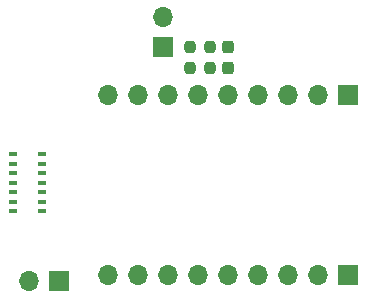
<source format=gbs>
G04 #@! TF.GenerationSoftware,KiCad,Pcbnew,7.0.2*
G04 #@! TF.CreationDate,2025-02-26T19:17:01+01:00*
G04 #@! TF.ProjectId,testESP32_2,74657374-4553-4503-9332-5f322e6b6963,rev?*
G04 #@! TF.SameCoordinates,Original*
G04 #@! TF.FileFunction,Soldermask,Bot*
G04 #@! TF.FilePolarity,Negative*
%FSLAX46Y46*%
G04 Gerber Fmt 4.6, Leading zero omitted, Abs format (unit mm)*
G04 Created by KiCad (PCBNEW 7.0.2) date 2025-02-26 19:17:01*
%MOMM*%
%LPD*%
G01*
G04 APERTURE LIST*
G04 Aperture macros list*
%AMRoundRect*
0 Rectangle with rounded corners*
0 $1 Rounding radius*
0 $2 $3 $4 $5 $6 $7 $8 $9 X,Y pos of 4 corners*
0 Add a 4 corners polygon primitive as box body*
4,1,4,$2,$3,$4,$5,$6,$7,$8,$9,$2,$3,0*
0 Add four circle primitives for the rounded corners*
1,1,$1+$1,$2,$3*
1,1,$1+$1,$4,$5*
1,1,$1+$1,$6,$7*
1,1,$1+$1,$8,$9*
0 Add four rect primitives between the rounded corners*
20,1,$1+$1,$2,$3,$4,$5,0*
20,1,$1+$1,$4,$5,$6,$7,0*
20,1,$1+$1,$6,$7,$8,$9,0*
20,1,$1+$1,$8,$9,$2,$3,0*%
G04 Aperture macros list end*
%ADD10RoundRect,0.237500X0.237500X-0.250000X0.237500X0.250000X-0.237500X0.250000X-0.237500X-0.250000X0*%
%ADD11RoundRect,0.237500X-0.237500X0.250000X-0.237500X-0.250000X0.237500X-0.250000X0.237500X0.250000X0*%
%ADD12RoundRect,0.237500X0.237500X-0.300000X0.237500X0.300000X-0.237500X0.300000X-0.237500X-0.300000X0*%
%ADD13R,1.700000X1.700000*%
%ADD14O,1.700000X1.700000*%
%ADD15RoundRect,0.087500X0.287500X0.087500X-0.287500X0.087500X-0.287500X-0.087500X0.287500X-0.087500X0*%
G04 APERTURE END LIST*
D10*
X202100000Y-68350000D03*
X202100000Y-66525000D03*
D11*
X200450000Y-66525000D03*
X200450000Y-68350000D03*
D12*
X203650000Y-68300000D03*
X203650000Y-66575000D03*
D13*
X213800000Y-70650000D03*
D14*
X211260000Y-70650000D03*
X208720000Y-70650000D03*
X206180000Y-70650000D03*
X203640000Y-70650000D03*
X201100000Y-70650000D03*
X198560000Y-70650000D03*
X196020000Y-70650000D03*
X193480000Y-70650000D03*
X193480000Y-85890000D03*
X196020000Y-85890000D03*
X198560000Y-85890000D03*
X201100000Y-85890000D03*
X203640000Y-85890000D03*
X206180000Y-85890000D03*
X208720000Y-85890000D03*
X211260000Y-85890000D03*
D13*
X213800000Y-85890000D03*
X189350000Y-86350000D03*
D14*
X186810000Y-86350000D03*
D13*
X198100000Y-66550000D03*
D14*
X198100000Y-64010000D03*
D15*
X187850000Y-75650000D03*
X187850000Y-76450000D03*
X187850000Y-77250000D03*
X187850000Y-78050000D03*
X187850000Y-78850000D03*
X187850000Y-79650000D03*
X187850000Y-80450000D03*
X185450000Y-80450000D03*
X185450000Y-79650000D03*
X185450000Y-78850000D03*
X185450000Y-78050000D03*
X185450000Y-77250000D03*
X185450000Y-76450000D03*
X185450000Y-75650000D03*
M02*

</source>
